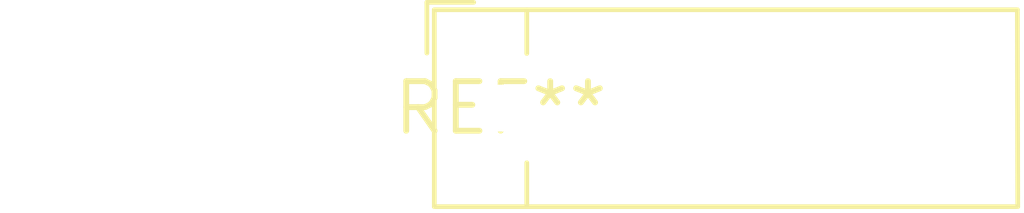
<source format=kicad_pcb>
(kicad_pcb (version 20240108) (generator pcbnew)
  (layers (0 "F.Cu" signal) (31 "B.Cu" signal) (34 "B.Paste" user) (35 "F.Paste" user) (36 "B.SilkS" user "B.Silkscreen") (37 "F.SilkS" user "F.Silkscreen") (38 "B.Mask" user) (39 "F.Mask" user) (44 "Edge.Cuts" user))
  (net 0 "")
  (footprint "Diode_Bridge_Vishay_KBPM" (layer "F.Cu") (at 0 0)
    (property "Reference" "REF**")
    (property "Value" "Diode_Bridge_Vishay_KBPM")
    (fp_line (start -1.89 -2.71) (end -0.69 -2.71) (layer "F.SilkS") (stroke (width 0.12)))
    (fp_line (start -1.89 -1.41) (end -1.89 -2.71) (layer "F.SilkS") (stroke (width 0.12)))
    (fp_line (start -1.7 -2.52) (end -1.7 2.525) (layer "F.SilkS") (stroke (width 0.12)))
    (fp_line (start -1.7 2.525) (end 13.25 2.525) (layer "F.SilkS") (stroke (width 0.12)))
    (fp_line (start 0.67 -1.4) (end 0.67 -2.52) (layer "F.SilkS") (stroke (width 0.12)))
    (fp_line (start 0.67 1.4) (end 0.67 2.525) (layer "F.SilkS") (stroke (width 0.12)))
    (fp_line (start 13.24 -2.52) (end -1.7 -2.52) (layer "F.SilkS") (stroke (width 0.12)))
    (fp_line (start 13.25 2.525) (end 13.24 -2.52) (layer "F.SilkS") (stroke (width 0.12)))
    (pad "1" thru_hole rect (at 0 0) (size 2.2 2.2) (drill 1.2) (layers *.Cu *.Mask) (remove_unused_layers))
    (pad "2" thru_hole circle (at 3.85 0) (size 2.2 2.2) (drill 1.2) (layers *.Cu *.Mask) (remove_unused_layers))
    (pad "3" thru_hole circle (at 7.7 0) (size 2.2 2.2) (drill 1.2) (layers *.Cu *.Mask) (remove_unused_layers))
    (pad "4" thru_hole circle (at 11.55 0) (size 2.2 2.2) (drill 1.2) (layers *.Cu *.Mask) (remove_unused_layers))
  )
)
</source>
